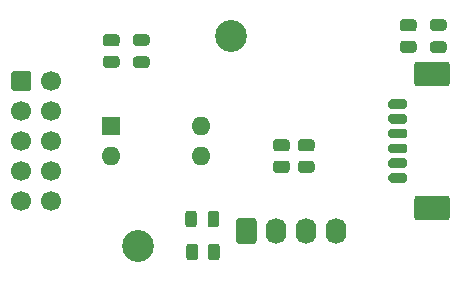
<source format=gbr>
%TF.GenerationSoftware,KiCad,Pcbnew,(5.1.8)-1*%
%TF.CreationDate,2022-04-17T09:09:35+02:00*%
%TF.ProjectId,UPDI-Adapter_V1.0,55504449-2d41-4646-9170-7465725f5631,rev?*%
%TF.SameCoordinates,Original*%
%TF.FileFunction,Soldermask,Top*%
%TF.FilePolarity,Negative*%
%FSLAX46Y46*%
G04 Gerber Fmt 4.6, Leading zero omitted, Abs format (unit mm)*
G04 Created by KiCad (PCBNEW (5.1.8)-1) date 2022-04-17 09:09:35*
%MOMM*%
%LPD*%
G01*
G04 APERTURE LIST*
%ADD10C,1.700000*%
%ADD11O,1.740000X2.190000*%
%ADD12C,2.700000*%
%ADD13R,1.600000X1.600000*%
%ADD14O,1.600000X1.600000*%
G04 APERTURE END LIST*
%TO.C,D1*%
G36*
G01*
X51256250Y-49685000D02*
X50343750Y-49685000D01*
G75*
G02*
X50100000Y-49441250I0J243750D01*
G01*
X50100000Y-48953750D01*
G75*
G02*
X50343750Y-48710000I243750J0D01*
G01*
X51256250Y-48710000D01*
G75*
G02*
X51500000Y-48953750I0J-243750D01*
G01*
X51500000Y-49441250D01*
G75*
G02*
X51256250Y-49685000I-243750J0D01*
G01*
G37*
G36*
G01*
X51256250Y-47810000D02*
X50343750Y-47810000D01*
G75*
G02*
X50100000Y-47566250I0J243750D01*
G01*
X50100000Y-47078750D01*
G75*
G02*
X50343750Y-46835000I243750J0D01*
G01*
X51256250Y-46835000D01*
G75*
G02*
X51500000Y-47078750I0J-243750D01*
G01*
X51500000Y-47566250D01*
G75*
G02*
X51256250Y-47810000I-243750J0D01*
G01*
G37*
%TD*%
%TO.C,D2*%
G36*
G01*
X76402250Y-46540000D02*
X75489750Y-46540000D01*
G75*
G02*
X75246000Y-46296250I0J243750D01*
G01*
X75246000Y-45808750D01*
G75*
G02*
X75489750Y-45565000I243750J0D01*
G01*
X76402250Y-45565000D01*
G75*
G02*
X76646000Y-45808750I0J-243750D01*
G01*
X76646000Y-46296250D01*
G75*
G02*
X76402250Y-46540000I-243750J0D01*
G01*
G37*
G36*
G01*
X76402250Y-48415000D02*
X75489750Y-48415000D01*
G75*
G02*
X75246000Y-48171250I0J243750D01*
G01*
X75246000Y-47683750D01*
G75*
G02*
X75489750Y-47440000I243750J0D01*
G01*
X76402250Y-47440000D01*
G75*
G02*
X76646000Y-47683750I0J-243750D01*
G01*
X76646000Y-48171250D01*
G75*
G02*
X76402250Y-48415000I-243750J0D01*
G01*
G37*
%TD*%
%TO.C,J1*%
G36*
G01*
X39790000Y-51400000D02*
X39790000Y-50200000D01*
G75*
G02*
X40040000Y-49950000I250000J0D01*
G01*
X41240000Y-49950000D01*
G75*
G02*
X41490000Y-50200000I0J-250000D01*
G01*
X41490000Y-51400000D01*
G75*
G02*
X41240000Y-51650000I-250000J0D01*
G01*
X40040000Y-51650000D01*
G75*
G02*
X39790000Y-51400000I0J250000D01*
G01*
G37*
D10*
X40640000Y-53340000D03*
X40640000Y-55880000D03*
X40640000Y-58420000D03*
X40640000Y-60960000D03*
X43180000Y-50800000D03*
X43180000Y-53340000D03*
X43180000Y-55880000D03*
X43180000Y-58420000D03*
X43180000Y-60960000D03*
%TD*%
%TO.C,J2*%
G36*
G01*
X58820000Y-64345001D02*
X58820000Y-62654999D01*
G75*
G02*
X59069999Y-62405000I249999J0D01*
G01*
X60310001Y-62405000D01*
G75*
G02*
X60560000Y-62654999I0J-249999D01*
G01*
X60560000Y-64345001D01*
G75*
G02*
X60310001Y-64595000I-249999J0D01*
G01*
X59069999Y-64595000D01*
G75*
G02*
X58820000Y-64345001I0J249999D01*
G01*
G37*
D11*
X62230000Y-63500000D03*
X64770000Y-63500000D03*
X67310000Y-63500000D03*
%TD*%
%TO.C,R1*%
G36*
G01*
X48710001Y-49685000D02*
X47809999Y-49685000D01*
G75*
G02*
X47560000Y-49435001I0J249999D01*
G01*
X47560000Y-48909999D01*
G75*
G02*
X47809999Y-48660000I249999J0D01*
G01*
X48710001Y-48660000D01*
G75*
G02*
X48960000Y-48909999I0J-249999D01*
G01*
X48960000Y-49435001D01*
G75*
G02*
X48710001Y-49685000I-249999J0D01*
G01*
G37*
G36*
G01*
X48710001Y-47860000D02*
X47809999Y-47860000D01*
G75*
G02*
X47560000Y-47610001I0J249999D01*
G01*
X47560000Y-47084999D01*
G75*
G02*
X47809999Y-46835000I249999J0D01*
G01*
X48710001Y-46835000D01*
G75*
G02*
X48960000Y-47084999I0J-249999D01*
G01*
X48960000Y-47610001D01*
G75*
G02*
X48710001Y-47860000I-249999J0D01*
G01*
G37*
%TD*%
%TO.C,R2*%
G36*
G01*
X73856001Y-46590000D02*
X72955999Y-46590000D01*
G75*
G02*
X72706000Y-46340001I0J249999D01*
G01*
X72706000Y-45814999D01*
G75*
G02*
X72955999Y-45565000I249999J0D01*
G01*
X73856001Y-45565000D01*
G75*
G02*
X74106000Y-45814999I0J-249999D01*
G01*
X74106000Y-46340001D01*
G75*
G02*
X73856001Y-46590000I-249999J0D01*
G01*
G37*
G36*
G01*
X73856001Y-48415000D02*
X72955999Y-48415000D01*
G75*
G02*
X72706000Y-48165001I0J249999D01*
G01*
X72706000Y-47639999D01*
G75*
G02*
X72955999Y-47390000I249999J0D01*
G01*
X73856001Y-47390000D01*
G75*
G02*
X74106000Y-47639999I0J-249999D01*
G01*
X74106000Y-48165001D01*
G75*
G02*
X73856001Y-48415000I-249999J0D01*
G01*
G37*
%TD*%
%TO.C,X1*%
G36*
G01*
X73130000Y-59405000D02*
X71930000Y-59405000D01*
G75*
G02*
X71730000Y-59205000I0J200000D01*
G01*
X71730000Y-58805000D01*
G75*
G02*
X71930000Y-58605000I200000J0D01*
G01*
X73130000Y-58605000D01*
G75*
G02*
X73330000Y-58805000I0J-200000D01*
G01*
X73330000Y-59205000D01*
G75*
G02*
X73130000Y-59405000I-200000J0D01*
G01*
G37*
G36*
G01*
X73130000Y-58155000D02*
X71930000Y-58155000D01*
G75*
G02*
X71730000Y-57955000I0J200000D01*
G01*
X71730000Y-57555000D01*
G75*
G02*
X71930000Y-57355000I200000J0D01*
G01*
X73130000Y-57355000D01*
G75*
G02*
X73330000Y-57555000I0J-200000D01*
G01*
X73330000Y-57955000D01*
G75*
G02*
X73130000Y-58155000I-200000J0D01*
G01*
G37*
G36*
G01*
X73130000Y-56905000D02*
X71930000Y-56905000D01*
G75*
G02*
X71730000Y-56705000I0J200000D01*
G01*
X71730000Y-56305000D01*
G75*
G02*
X71930000Y-56105000I200000J0D01*
G01*
X73130000Y-56105000D01*
G75*
G02*
X73330000Y-56305000I0J-200000D01*
G01*
X73330000Y-56705000D01*
G75*
G02*
X73130000Y-56905000I-200000J0D01*
G01*
G37*
G36*
G01*
X73130000Y-55655000D02*
X71930000Y-55655000D01*
G75*
G02*
X71730000Y-55455000I0J200000D01*
G01*
X71730000Y-55055000D01*
G75*
G02*
X71930000Y-54855000I200000J0D01*
G01*
X73130000Y-54855000D01*
G75*
G02*
X73330000Y-55055000I0J-200000D01*
G01*
X73330000Y-55455000D01*
G75*
G02*
X73130000Y-55655000I-200000J0D01*
G01*
G37*
G36*
G01*
X73130000Y-54405000D02*
X71930000Y-54405000D01*
G75*
G02*
X71730000Y-54205000I0J200000D01*
G01*
X71730000Y-53805000D01*
G75*
G02*
X71930000Y-53605000I200000J0D01*
G01*
X73130000Y-53605000D01*
G75*
G02*
X73330000Y-53805000I0J-200000D01*
G01*
X73330000Y-54205000D01*
G75*
G02*
X73130000Y-54405000I-200000J0D01*
G01*
G37*
G36*
G01*
X73130000Y-53155000D02*
X71930000Y-53155000D01*
G75*
G02*
X71730000Y-52955000I0J200000D01*
G01*
X71730000Y-52555000D01*
G75*
G02*
X71930000Y-52355000I200000J0D01*
G01*
X73130000Y-52355000D01*
G75*
G02*
X73330000Y-52555000I0J-200000D01*
G01*
X73330000Y-52955000D01*
G75*
G02*
X73130000Y-53155000I-200000J0D01*
G01*
G37*
G36*
G01*
X76680000Y-62605000D02*
X74180000Y-62605000D01*
G75*
G02*
X73930000Y-62355000I0J250000D01*
G01*
X73930000Y-60755000D01*
G75*
G02*
X74180000Y-60505000I250000J0D01*
G01*
X76680000Y-60505000D01*
G75*
G02*
X76930000Y-60755000I0J-250000D01*
G01*
X76930000Y-62355000D01*
G75*
G02*
X76680000Y-62605000I-250000J0D01*
G01*
G37*
G36*
G01*
X76680000Y-51255000D02*
X74180000Y-51255000D01*
G75*
G02*
X73930000Y-51005000I0J250000D01*
G01*
X73930000Y-49405000D01*
G75*
G02*
X74180000Y-49155000I250000J0D01*
G01*
X76680000Y-49155000D01*
G75*
G02*
X76930000Y-49405000I0J-250000D01*
G01*
X76930000Y-51005000D01*
G75*
G02*
X76680000Y-51255000I-250000J0D01*
G01*
G37*
%TD*%
D12*
%TO.C,H1*%
X58420000Y-46990000D03*
%TD*%
%TO.C,R3*%
G36*
G01*
X63115002Y-58575000D02*
X62215000Y-58575000D01*
G75*
G02*
X61965001Y-58325001I0J249999D01*
G01*
X61965001Y-57799999D01*
G75*
G02*
X62215000Y-57550000I249999J0D01*
G01*
X63115002Y-57550000D01*
G75*
G02*
X63365001Y-57799999I0J-249999D01*
G01*
X63365001Y-58325001D01*
G75*
G02*
X63115002Y-58575000I-249999J0D01*
G01*
G37*
G36*
G01*
X63115002Y-56750000D02*
X62215000Y-56750000D01*
G75*
G02*
X61965001Y-56500001I0J249999D01*
G01*
X61965001Y-55974999D01*
G75*
G02*
X62215000Y-55725000I249999J0D01*
G01*
X63115002Y-55725000D01*
G75*
G02*
X63365001Y-55974999I0J-249999D01*
G01*
X63365001Y-56500001D01*
G75*
G02*
X63115002Y-56750000I-249999J0D01*
G01*
G37*
%TD*%
%TO.C,R4*%
G36*
G01*
X65220001Y-56750000D02*
X64319999Y-56750000D01*
G75*
G02*
X64070000Y-56500001I0J249999D01*
G01*
X64070000Y-55974999D01*
G75*
G02*
X64319999Y-55725000I249999J0D01*
G01*
X65220001Y-55725000D01*
G75*
G02*
X65470000Y-55974999I0J-249999D01*
G01*
X65470000Y-56500001D01*
G75*
G02*
X65220001Y-56750000I-249999J0D01*
G01*
G37*
G36*
G01*
X65220001Y-58575000D02*
X64319999Y-58575000D01*
G75*
G02*
X64070000Y-58325001I0J249999D01*
G01*
X64070000Y-57799999D01*
G75*
G02*
X64319999Y-57550000I249999J0D01*
G01*
X65220001Y-57550000D01*
G75*
G02*
X65470000Y-57799999I0J-249999D01*
G01*
X65470000Y-58325001D01*
G75*
G02*
X65220001Y-58575000I-249999J0D01*
G01*
G37*
%TD*%
D13*
%TO.C,SW1*%
X48260000Y-54610000D03*
D14*
X55880000Y-57150000D03*
X48260000Y-57150000D03*
X55880000Y-54610000D03*
%TD*%
D12*
%TO.C,H2*%
X50546000Y-64770000D03*
%TD*%
%TO.C,D3*%
G36*
G01*
X54533500Y-62940250D02*
X54533500Y-62027750D01*
G75*
G02*
X54777250Y-61784000I243750J0D01*
G01*
X55264750Y-61784000D01*
G75*
G02*
X55508500Y-62027750I0J-243750D01*
G01*
X55508500Y-62940250D01*
G75*
G02*
X55264750Y-63184000I-243750J0D01*
G01*
X54777250Y-63184000D01*
G75*
G02*
X54533500Y-62940250I0J243750D01*
G01*
G37*
G36*
G01*
X56408500Y-62940250D02*
X56408500Y-62027750D01*
G75*
G02*
X56652250Y-61784000I243750J0D01*
G01*
X57139750Y-61784000D01*
G75*
G02*
X57383500Y-62027750I0J-243750D01*
G01*
X57383500Y-62940250D01*
G75*
G02*
X57139750Y-63184000I-243750J0D01*
G01*
X56652250Y-63184000D01*
G75*
G02*
X56408500Y-62940250I0J243750D01*
G01*
G37*
%TD*%
%TO.C,R5*%
G36*
G01*
X57455500Y-64827999D02*
X57455500Y-65728001D01*
G75*
G02*
X57205501Y-65978000I-249999J0D01*
G01*
X56680499Y-65978000D01*
G75*
G02*
X56430500Y-65728001I0J249999D01*
G01*
X56430500Y-64827999D01*
G75*
G02*
X56680499Y-64578000I249999J0D01*
G01*
X57205501Y-64578000D01*
G75*
G02*
X57455500Y-64827999I0J-249999D01*
G01*
G37*
G36*
G01*
X55630500Y-64827999D02*
X55630500Y-65728001D01*
G75*
G02*
X55380501Y-65978000I-249999J0D01*
G01*
X54855499Y-65978000D01*
G75*
G02*
X54605500Y-65728001I0J249999D01*
G01*
X54605500Y-64827999D01*
G75*
G02*
X54855499Y-64578000I249999J0D01*
G01*
X55380501Y-64578000D01*
G75*
G02*
X55630500Y-64827999I0J-249999D01*
G01*
G37*
%TD*%
M02*

</source>
